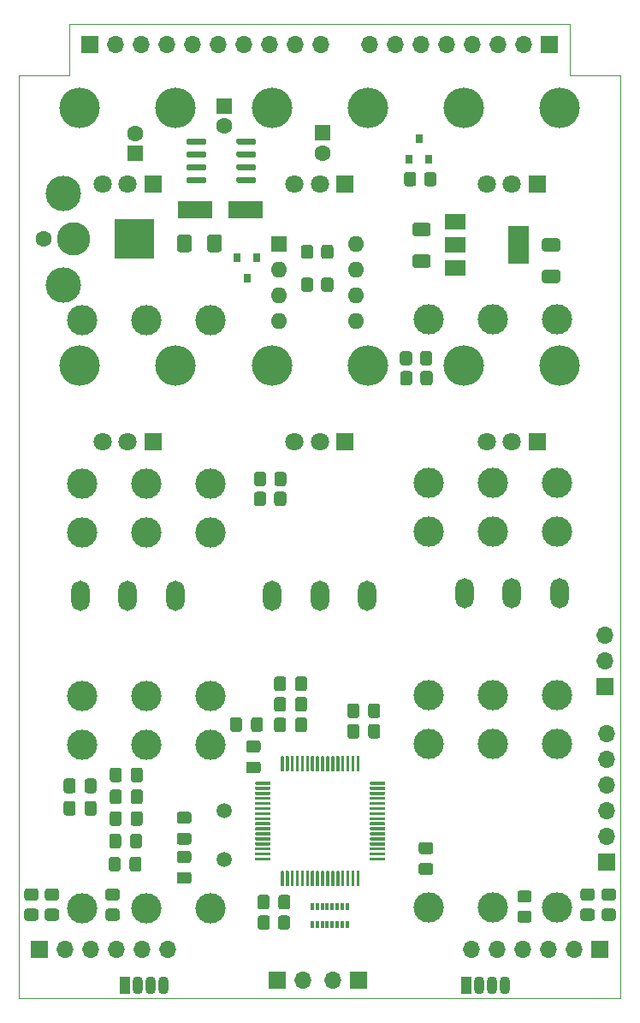
<source format=gbr>
%TF.GenerationSoftware,KiCad,Pcbnew,(5.1.7)-1*%
%TF.CreationDate,2021-10-21T20:17:55-07:00*%
%TF.ProjectId,Digital Board Rev 2,44696769-7461-46c2-9042-6f6172642052,rev?*%
%TF.SameCoordinates,Original*%
%TF.FileFunction,Soldermask,Bot*%
%TF.FilePolarity,Negative*%
%FSLAX46Y46*%
G04 Gerber Fmt 4.6, Leading zero omitted, Abs format (unit mm)*
G04 Created by KiCad (PCBNEW (5.1.7)-1) date 2021-10-21 20:17:55*
%MOMM*%
%LPD*%
G01*
G04 APERTURE LIST*
%TA.AperFunction,Profile*%
%ADD10C,0.050000*%
%TD*%
%ADD11O,1.700000X1.700000*%
%ADD12R,1.700000X1.700000*%
%ADD13C,1.600000*%
%ADD14C,3.500000*%
%ADD15C,3.300000*%
%ADD16R,4.000000X4.000000*%
%ADD17R,0.300000X0.800000*%
%ADD18C,3.000000*%
%ADD19R,3.500000X1.800000*%
%ADD20O,1.800000X3.000000*%
%ADD21R,1.800000X1.800000*%
%ADD22C,1.800000*%
%ADD23O,4.000000X4.000000*%
%ADD24C,1.500000*%
%ADD25R,2.000000X1.500000*%
%ADD26R,2.000000X3.800000*%
%ADD27O,1.600000X1.600000*%
%ADD28R,1.600000X1.600000*%
%ADD29R,0.800000X0.900000*%
%ADD30O,1.070000X1.800000*%
%ADD31R,1.070000X1.800000*%
G04 APERTURE END LIST*
D10*
X177750000Y-40750000D02*
X182750000Y-40750000D01*
X177750000Y-35750000D02*
X177750000Y-40750000D01*
X128250000Y-40750000D02*
X128250000Y-35750000D01*
X123250000Y-40750000D02*
X128250000Y-40750000D01*
X182750000Y-40750000D02*
X182750000Y-132080000D01*
X128250000Y-35750000D02*
X177750000Y-35750000D01*
X123250000Y-132080000D02*
X123250000Y-40750000D01*
X182750000Y-132080000D02*
X123250000Y-132080000D01*
D11*
%TO.C,J15*%
X181250000Y-96170000D03*
X181250000Y-98710000D03*
D12*
X181250000Y-101250000D03*
%TD*%
D13*
%TO.C,J12*%
X125650000Y-57000000D03*
D14*
X127650000Y-61500000D03*
X127650000Y-52500000D03*
D15*
X128650000Y-57000000D03*
D16*
X134650000Y-57000000D03*
%TD*%
D11*
%TO.C,J4*%
X157970000Y-37750000D03*
X160510000Y-37750000D03*
X163050000Y-37750000D03*
X165590000Y-37750000D03*
X168130000Y-37750000D03*
X170670000Y-37750000D03*
X173210000Y-37750000D03*
D12*
X175750000Y-37750000D03*
%TD*%
%TO.C,F1*%
G36*
G01*
X141872000Y-58029000D02*
X141872000Y-56779000D01*
G75*
G02*
X142122000Y-56529000I250000J0D01*
G01*
X143047000Y-56529000D01*
G75*
G02*
X143297000Y-56779000I0J-250000D01*
G01*
X143297000Y-58029000D01*
G75*
G02*
X143047000Y-58279000I-250000J0D01*
G01*
X142122000Y-58279000D01*
G75*
G02*
X141872000Y-58029000I0J250000D01*
G01*
G37*
G36*
G01*
X138897000Y-58029000D02*
X138897000Y-56779000D01*
G75*
G02*
X139147000Y-56529000I250000J0D01*
G01*
X140072000Y-56529000D01*
G75*
G02*
X140322000Y-56779000I0J-250000D01*
G01*
X140322000Y-58029000D01*
G75*
G02*
X140072000Y-58279000I-250000J0D01*
G01*
X139147000Y-58279000D01*
G75*
G02*
X138897000Y-58029000I0J250000D01*
G01*
G37*
%TD*%
%TO.C,C17*%
G36*
G01*
X133386500Y-113825000D02*
X133386500Y-114775000D01*
G75*
G02*
X133136500Y-115025000I-250000J0D01*
G01*
X132461500Y-115025000D01*
G75*
G02*
X132211500Y-114775000I0J250000D01*
G01*
X132211500Y-113825000D01*
G75*
G02*
X132461500Y-113575000I250000J0D01*
G01*
X133136500Y-113575000D01*
G75*
G02*
X133386500Y-113825000I0J-250000D01*
G01*
G37*
G36*
G01*
X135461500Y-113825000D02*
X135461500Y-114775000D01*
G75*
G02*
X135211500Y-115025000I-250000J0D01*
G01*
X134536500Y-115025000D01*
G75*
G02*
X134286500Y-114775000I0J250000D01*
G01*
X134286500Y-113825000D01*
G75*
G02*
X134536500Y-113575000I250000J0D01*
G01*
X135211500Y-113575000D01*
G75*
G02*
X135461500Y-113825000I0J-250000D01*
G01*
G37*
%TD*%
D17*
%TO.C,RN1*%
X155237500Y-124788500D03*
X154237500Y-124788500D03*
X154737500Y-124788500D03*
X153737500Y-124788500D03*
X153237500Y-124788500D03*
X152737500Y-124788500D03*
X155237500Y-122988500D03*
X154737500Y-122988500D03*
X154237500Y-122988500D03*
X153737500Y-122988500D03*
X153237500Y-122988500D03*
X152737500Y-122988500D03*
X155737500Y-124788500D03*
X155737500Y-122988500D03*
X152237500Y-124788500D03*
X152237500Y-122988500D03*
%TD*%
D18*
%TO.C,J7*%
X142200000Y-107000000D03*
X142200000Y-123200000D03*
X135850000Y-107000000D03*
X129500000Y-107000000D03*
X135850000Y-123200000D03*
X129500000Y-123200000D03*
%TD*%
%TO.C,C1*%
G36*
G01*
X156903000Y-103157000D02*
X156903000Y-104107000D01*
G75*
G02*
X156653000Y-104357000I-250000J0D01*
G01*
X155978000Y-104357000D01*
G75*
G02*
X155728000Y-104107000I0J250000D01*
G01*
X155728000Y-103157000D01*
G75*
G02*
X155978000Y-102907000I250000J0D01*
G01*
X156653000Y-102907000D01*
G75*
G02*
X156903000Y-103157000I0J-250000D01*
G01*
G37*
G36*
G01*
X158978000Y-103157000D02*
X158978000Y-104107000D01*
G75*
G02*
X158728000Y-104357000I-250000J0D01*
G01*
X158053000Y-104357000D01*
G75*
G02*
X157803000Y-104107000I0J250000D01*
G01*
X157803000Y-103157000D01*
G75*
G02*
X158053000Y-102907000I250000J0D01*
G01*
X158728000Y-102907000D01*
G75*
G02*
X158978000Y-103157000I0J-250000D01*
G01*
G37*
%TD*%
D11*
%TO.C,J11*%
X153110000Y-37750000D03*
X150570000Y-37750000D03*
X148030000Y-37750000D03*
X145490000Y-37750000D03*
X142950000Y-37750000D03*
X140410000Y-37750000D03*
X137870000Y-37750000D03*
X135330000Y-37750000D03*
X132790000Y-37750000D03*
D12*
X130250000Y-37750000D03*
%TD*%
D19*
%TO.C,D6*%
X145629000Y-54102000D03*
X140629000Y-54102000D03*
%TD*%
D18*
%TO.C,J5*%
X176500000Y-106900000D03*
X170150000Y-106900000D03*
X176500000Y-123100000D03*
X170150000Y-123100000D03*
X163800000Y-106900000D03*
X163800000Y-123100000D03*
%TD*%
D20*
%TO.C,SW3*%
X129300000Y-92250000D03*
X138700000Y-92250000D03*
X134000000Y-92250000D03*
%TD*%
%TO.C,SW2*%
X148300000Y-92250000D03*
X157700000Y-92250000D03*
X153000000Y-92250000D03*
%TD*%
%TO.C,R11*%
G36*
G01*
X172799999Y-123400000D02*
X173700001Y-123400000D01*
G75*
G02*
X173950000Y-123649999I0J-249999D01*
G01*
X173950000Y-124350001D01*
G75*
G02*
X173700001Y-124600000I-249999J0D01*
G01*
X172799999Y-124600000D01*
G75*
G02*
X172550000Y-124350001I0J249999D01*
G01*
X172550000Y-123649999D01*
G75*
G02*
X172799999Y-123400000I249999J0D01*
G01*
G37*
G36*
G01*
X172799999Y-121400000D02*
X173700001Y-121400000D01*
G75*
G02*
X173950000Y-121649999I0J-249999D01*
G01*
X173950000Y-122350001D01*
G75*
G02*
X173700001Y-122600000I-249999J0D01*
G01*
X172799999Y-122600000D01*
G75*
G02*
X172550000Y-122350001I0J249999D01*
G01*
X172550000Y-121649999D01*
G75*
G02*
X172799999Y-121400000I249999J0D01*
G01*
G37*
%TD*%
%TO.C,R10*%
G36*
G01*
X132049999Y-123209000D02*
X132950001Y-123209000D01*
G75*
G02*
X133200000Y-123458999I0J-249999D01*
G01*
X133200000Y-124159001D01*
G75*
G02*
X132950001Y-124409000I-249999J0D01*
G01*
X132049999Y-124409000D01*
G75*
G02*
X131800000Y-124159001I0J249999D01*
G01*
X131800000Y-123458999D01*
G75*
G02*
X132049999Y-123209000I249999J0D01*
G01*
G37*
G36*
G01*
X132049999Y-121209000D02*
X132950001Y-121209000D01*
G75*
G02*
X133200000Y-121458999I0J-249999D01*
G01*
X133200000Y-122159001D01*
G75*
G02*
X132950001Y-122409000I-249999J0D01*
G01*
X132049999Y-122409000D01*
G75*
G02*
X131800000Y-122159001I0J249999D01*
G01*
X131800000Y-121458999D01*
G75*
G02*
X132049999Y-121209000I249999J0D01*
G01*
G37*
%TD*%
%TO.C,C20*%
G36*
G01*
X128836000Y-112809000D02*
X128836000Y-113759000D01*
G75*
G02*
X128586000Y-114009000I-250000J0D01*
G01*
X127911000Y-114009000D01*
G75*
G02*
X127661000Y-113759000I0J250000D01*
G01*
X127661000Y-112809000D01*
G75*
G02*
X127911000Y-112559000I250000J0D01*
G01*
X128586000Y-112559000D01*
G75*
G02*
X128836000Y-112809000I0J-250000D01*
G01*
G37*
G36*
G01*
X130911000Y-112809000D02*
X130911000Y-113759000D01*
G75*
G02*
X130661000Y-114009000I-250000J0D01*
G01*
X129986000Y-114009000D01*
G75*
G02*
X129736000Y-113759000I0J250000D01*
G01*
X129736000Y-112809000D01*
G75*
G02*
X129986000Y-112559000I250000J0D01*
G01*
X130661000Y-112559000D01*
G75*
G02*
X130911000Y-112809000I0J-250000D01*
G01*
G37*
%TD*%
%TO.C,C16*%
G36*
G01*
X133344500Y-116047500D02*
X133344500Y-116997500D01*
G75*
G02*
X133094500Y-117247500I-250000J0D01*
G01*
X132419500Y-117247500D01*
G75*
G02*
X132169500Y-116997500I0J250000D01*
G01*
X132169500Y-116047500D01*
G75*
G02*
X132419500Y-115797500I250000J0D01*
G01*
X133094500Y-115797500D01*
G75*
G02*
X133344500Y-116047500I0J-250000D01*
G01*
G37*
G36*
G01*
X135419500Y-116047500D02*
X135419500Y-116997500D01*
G75*
G02*
X135169500Y-117247500I-250000J0D01*
G01*
X134494500Y-117247500D01*
G75*
G02*
X134244500Y-116997500I0J250000D01*
G01*
X134244500Y-116047500D01*
G75*
G02*
X134494500Y-115797500I250000J0D01*
G01*
X135169500Y-115797500D01*
G75*
G02*
X135419500Y-116047500I0J-250000D01*
G01*
G37*
%TD*%
%TO.C,R3*%
G36*
G01*
X126049999Y-123209000D02*
X126950001Y-123209000D01*
G75*
G02*
X127200000Y-123458999I0J-249999D01*
G01*
X127200000Y-124159001D01*
G75*
G02*
X126950001Y-124409000I-249999J0D01*
G01*
X126049999Y-124409000D01*
G75*
G02*
X125800000Y-124159001I0J249999D01*
G01*
X125800000Y-123458999D01*
G75*
G02*
X126049999Y-123209000I249999J0D01*
G01*
G37*
G36*
G01*
X126049999Y-121209000D02*
X126950001Y-121209000D01*
G75*
G02*
X127200000Y-121458999I0J-249999D01*
G01*
X127200000Y-122159001D01*
G75*
G02*
X126950001Y-122409000I-249999J0D01*
G01*
X126049999Y-122409000D01*
G75*
G02*
X125800000Y-122159001I0J249999D01*
G01*
X125800000Y-121458999D01*
G75*
G02*
X126049999Y-121209000I249999J0D01*
G01*
G37*
%TD*%
%TO.C,R4*%
G36*
G01*
X181151999Y-123209000D02*
X182052001Y-123209000D01*
G75*
G02*
X182302000Y-123458999I0J-249999D01*
G01*
X182302000Y-124159001D01*
G75*
G02*
X182052001Y-124409000I-249999J0D01*
G01*
X181151999Y-124409000D01*
G75*
G02*
X180902000Y-124159001I0J249999D01*
G01*
X180902000Y-123458999D01*
G75*
G02*
X181151999Y-123209000I249999J0D01*
G01*
G37*
G36*
G01*
X181151999Y-121209000D02*
X182052001Y-121209000D01*
G75*
G02*
X182302000Y-121458999I0J-249999D01*
G01*
X182302000Y-122159001D01*
G75*
G02*
X182052001Y-122409000I-249999J0D01*
G01*
X181151999Y-122409000D01*
G75*
G02*
X180902000Y-122159001I0J249999D01*
G01*
X180902000Y-121458999D01*
G75*
G02*
X181151999Y-121209000I249999J0D01*
G01*
G37*
%TD*%
%TO.C,R6*%
G36*
G01*
X162930000Y-69216001D02*
X162930000Y-68315999D01*
G75*
G02*
X163179999Y-68066000I249999J0D01*
G01*
X163880001Y-68066000D01*
G75*
G02*
X164130000Y-68315999I0J-249999D01*
G01*
X164130000Y-69216001D01*
G75*
G02*
X163880001Y-69466000I-249999J0D01*
G01*
X163179999Y-69466000D01*
G75*
G02*
X162930000Y-69216001I0J249999D01*
G01*
G37*
G36*
G01*
X160930000Y-69216001D02*
X160930000Y-68315999D01*
G75*
G02*
X161179999Y-68066000I249999J0D01*
G01*
X161880001Y-68066000D01*
G75*
G02*
X162130000Y-68315999I0J-249999D01*
G01*
X162130000Y-69216001D01*
G75*
G02*
X161880001Y-69466000I-249999J0D01*
G01*
X161179999Y-69466000D01*
G75*
G02*
X160930000Y-69216001I0J249999D01*
G01*
G37*
%TD*%
%TO.C,R7*%
G36*
G01*
X162960000Y-71189001D02*
X162960000Y-70288999D01*
G75*
G02*
X163209999Y-70039000I249999J0D01*
G01*
X163910001Y-70039000D01*
G75*
G02*
X164160000Y-70288999I0J-249999D01*
G01*
X164160000Y-71189001D01*
G75*
G02*
X163910001Y-71439000I-249999J0D01*
G01*
X163209999Y-71439000D01*
G75*
G02*
X162960000Y-71189001I0J249999D01*
G01*
G37*
G36*
G01*
X160960000Y-71189001D02*
X160960000Y-70288999D01*
G75*
G02*
X161209999Y-70039000I249999J0D01*
G01*
X161910001Y-70039000D01*
G75*
G02*
X162160000Y-70288999I0J-249999D01*
G01*
X162160000Y-71189001D01*
G75*
G02*
X161910001Y-71439000I-249999J0D01*
G01*
X161209999Y-71439000D01*
G75*
G02*
X160960000Y-71189001I0J249999D01*
G01*
G37*
%TD*%
%TO.C,R2*%
G36*
G01*
X124017999Y-123209000D02*
X124918001Y-123209000D01*
G75*
G02*
X125168000Y-123458999I0J-249999D01*
G01*
X125168000Y-124159001D01*
G75*
G02*
X124918001Y-124409000I-249999J0D01*
G01*
X124017999Y-124409000D01*
G75*
G02*
X123768000Y-124159001I0J249999D01*
G01*
X123768000Y-123458999D01*
G75*
G02*
X124017999Y-123209000I249999J0D01*
G01*
G37*
G36*
G01*
X124017999Y-121209000D02*
X124918001Y-121209000D01*
G75*
G02*
X125168000Y-121458999I0J-249999D01*
G01*
X125168000Y-122159001D01*
G75*
G02*
X124918001Y-122409000I-249999J0D01*
G01*
X124017999Y-122409000D01*
G75*
G02*
X123768000Y-122159001I0J249999D01*
G01*
X123768000Y-121458999D01*
G75*
G02*
X124017999Y-121209000I249999J0D01*
G01*
G37*
%TD*%
%TO.C,R8*%
G36*
G01*
X148503000Y-81163001D02*
X148503000Y-80262999D01*
G75*
G02*
X148752999Y-80013000I249999J0D01*
G01*
X149453001Y-80013000D01*
G75*
G02*
X149703000Y-80262999I0J-249999D01*
G01*
X149703000Y-81163001D01*
G75*
G02*
X149453001Y-81413000I-249999J0D01*
G01*
X148752999Y-81413000D01*
G75*
G02*
X148503000Y-81163001I0J249999D01*
G01*
G37*
G36*
G01*
X146503000Y-81163001D02*
X146503000Y-80262999D01*
G75*
G02*
X146752999Y-80013000I249999J0D01*
G01*
X147453001Y-80013000D01*
G75*
G02*
X147703000Y-80262999I0J-249999D01*
G01*
X147703000Y-81163001D01*
G75*
G02*
X147453001Y-81413000I-249999J0D01*
G01*
X146752999Y-81413000D01*
G75*
G02*
X146503000Y-81163001I0J249999D01*
G01*
G37*
%TD*%
%TO.C,R9*%
G36*
G01*
X148482000Y-83127001D02*
X148482000Y-82226999D01*
G75*
G02*
X148731999Y-81977000I249999J0D01*
G01*
X149432001Y-81977000D01*
G75*
G02*
X149682000Y-82226999I0J-249999D01*
G01*
X149682000Y-83127001D01*
G75*
G02*
X149432001Y-83377000I-249999J0D01*
G01*
X148731999Y-83377000D01*
G75*
G02*
X148482000Y-83127001I0J249999D01*
G01*
G37*
G36*
G01*
X146482000Y-83127001D02*
X146482000Y-82226999D01*
G75*
G02*
X146731999Y-81977000I249999J0D01*
G01*
X147432001Y-81977000D01*
G75*
G02*
X147682000Y-82226999I0J-249999D01*
G01*
X147682000Y-83127001D01*
G75*
G02*
X147432001Y-83377000I-249999J0D01*
G01*
X146731999Y-83377000D01*
G75*
G02*
X146482000Y-83127001I0J249999D01*
G01*
G37*
%TD*%
D11*
%TO.C,J14*%
X168050000Y-127250000D03*
X170590000Y-127250000D03*
X173130000Y-127250000D03*
X175670000Y-127250000D03*
X178210000Y-127250000D03*
D12*
X180750000Y-127250000D03*
%TD*%
%TO.C,R5*%
G36*
G01*
X179049999Y-123209000D02*
X179950001Y-123209000D01*
G75*
G02*
X180200000Y-123458999I0J-249999D01*
G01*
X180200000Y-124159001D01*
G75*
G02*
X179950001Y-124409000I-249999J0D01*
G01*
X179049999Y-124409000D01*
G75*
G02*
X178800000Y-124159001I0J249999D01*
G01*
X178800000Y-123458999D01*
G75*
G02*
X179049999Y-123209000I249999J0D01*
G01*
G37*
G36*
G01*
X179049999Y-121209000D02*
X179950001Y-121209000D01*
G75*
G02*
X180200000Y-121458999I0J-249999D01*
G01*
X180200000Y-122159001D01*
G75*
G02*
X179950001Y-122409000I-249999J0D01*
G01*
X179049999Y-122409000D01*
G75*
G02*
X178800000Y-122159001I0J249999D01*
G01*
X178800000Y-121458999D01*
G75*
G02*
X179049999Y-121209000I249999J0D01*
G01*
G37*
%TD*%
D11*
%TO.C,J13*%
X137950000Y-127250000D03*
X135410000Y-127250000D03*
X132870000Y-127250000D03*
X130330000Y-127250000D03*
X127790000Y-127250000D03*
D12*
X125250000Y-127250000D03*
%TD*%
D21*
%TO.C,RV10*%
X155500000Y-51500000D03*
D22*
X153000000Y-51500000D03*
X150500000Y-51500000D03*
D23*
X157750000Y-44000000D03*
X148250000Y-44000000D03*
%TD*%
%TO.C,C26*%
G36*
G01*
X149664000Y-102522000D02*
X149664000Y-103472000D01*
G75*
G02*
X149414000Y-103722000I-250000J0D01*
G01*
X148739000Y-103722000D01*
G75*
G02*
X148489000Y-103472000I0J250000D01*
G01*
X148489000Y-102522000D01*
G75*
G02*
X148739000Y-102272000I250000J0D01*
G01*
X149414000Y-102272000D01*
G75*
G02*
X149664000Y-102522000I0J-250000D01*
G01*
G37*
G36*
G01*
X151739000Y-102522000D02*
X151739000Y-103472000D01*
G75*
G02*
X151489000Y-103722000I-250000J0D01*
G01*
X150814000Y-103722000D01*
G75*
G02*
X150564000Y-103472000I0J250000D01*
G01*
X150564000Y-102522000D01*
G75*
G02*
X150814000Y-102272000I250000J0D01*
G01*
X151489000Y-102272000D01*
G75*
G02*
X151739000Y-102522000I0J-250000D01*
G01*
G37*
%TD*%
D21*
%TO.C,RV4*%
X136500000Y-51500000D03*
D22*
X134000000Y-51500000D03*
X131500000Y-51500000D03*
D23*
X138750000Y-44000000D03*
X129250000Y-44000000D03*
%TD*%
D21*
%TO.C,RV5*%
X136500000Y-77000000D03*
D22*
X134000000Y-77000000D03*
X131500000Y-77000000D03*
D23*
X138750000Y-69500000D03*
X129250000Y-69500000D03*
%TD*%
D21*
%TO.C,RV3*%
X155500000Y-77000000D03*
D22*
X153000000Y-77000000D03*
X150500000Y-77000000D03*
D23*
X157750000Y-69500000D03*
X148250000Y-69500000D03*
%TD*%
%TO.C,RV2*%
X167250000Y-44000000D03*
X176750000Y-44000000D03*
D22*
X169500000Y-51500000D03*
X172000000Y-51500000D03*
D21*
X174500000Y-51500000D03*
%TD*%
%TO.C,RV1*%
X174500000Y-77000000D03*
D22*
X172000000Y-77000000D03*
X169500000Y-77000000D03*
D23*
X176750000Y-69500000D03*
X167250000Y-69500000D03*
%TD*%
D24*
%TO.C,Y1*%
X143500000Y-118380000D03*
X143500000Y-113500000D03*
%TD*%
%TO.C,U28*%
G36*
G01*
X141750000Y-47195000D02*
X141750000Y-47495000D01*
G75*
G02*
X141600000Y-47645000I-150000J0D01*
G01*
X139950000Y-47645000D01*
G75*
G02*
X139800000Y-47495000I0J150000D01*
G01*
X139800000Y-47195000D01*
G75*
G02*
X139950000Y-47045000I150000J0D01*
G01*
X141600000Y-47045000D01*
G75*
G02*
X141750000Y-47195000I0J-150000D01*
G01*
G37*
G36*
G01*
X141750000Y-48465000D02*
X141750000Y-48765000D01*
G75*
G02*
X141600000Y-48915000I-150000J0D01*
G01*
X139950000Y-48915000D01*
G75*
G02*
X139800000Y-48765000I0J150000D01*
G01*
X139800000Y-48465000D01*
G75*
G02*
X139950000Y-48315000I150000J0D01*
G01*
X141600000Y-48315000D01*
G75*
G02*
X141750000Y-48465000I0J-150000D01*
G01*
G37*
G36*
G01*
X141750000Y-49735000D02*
X141750000Y-50035000D01*
G75*
G02*
X141600000Y-50185000I-150000J0D01*
G01*
X139950000Y-50185000D01*
G75*
G02*
X139800000Y-50035000I0J150000D01*
G01*
X139800000Y-49735000D01*
G75*
G02*
X139950000Y-49585000I150000J0D01*
G01*
X141600000Y-49585000D01*
G75*
G02*
X141750000Y-49735000I0J-150000D01*
G01*
G37*
G36*
G01*
X141750000Y-51005000D02*
X141750000Y-51305000D01*
G75*
G02*
X141600000Y-51455000I-150000J0D01*
G01*
X139950000Y-51455000D01*
G75*
G02*
X139800000Y-51305000I0J150000D01*
G01*
X139800000Y-51005000D01*
G75*
G02*
X139950000Y-50855000I150000J0D01*
G01*
X141600000Y-50855000D01*
G75*
G02*
X141750000Y-51005000I0J-150000D01*
G01*
G37*
G36*
G01*
X146700000Y-51005000D02*
X146700000Y-51305000D01*
G75*
G02*
X146550000Y-51455000I-150000J0D01*
G01*
X144900000Y-51455000D01*
G75*
G02*
X144750000Y-51305000I0J150000D01*
G01*
X144750000Y-51005000D01*
G75*
G02*
X144900000Y-50855000I150000J0D01*
G01*
X146550000Y-50855000D01*
G75*
G02*
X146700000Y-51005000I0J-150000D01*
G01*
G37*
G36*
G01*
X146700000Y-49735000D02*
X146700000Y-50035000D01*
G75*
G02*
X146550000Y-50185000I-150000J0D01*
G01*
X144900000Y-50185000D01*
G75*
G02*
X144750000Y-50035000I0J150000D01*
G01*
X144750000Y-49735000D01*
G75*
G02*
X144900000Y-49585000I150000J0D01*
G01*
X146550000Y-49585000D01*
G75*
G02*
X146700000Y-49735000I0J-150000D01*
G01*
G37*
G36*
G01*
X146700000Y-48465000D02*
X146700000Y-48765000D01*
G75*
G02*
X146550000Y-48915000I-150000J0D01*
G01*
X144900000Y-48915000D01*
G75*
G02*
X144750000Y-48765000I0J150000D01*
G01*
X144750000Y-48465000D01*
G75*
G02*
X144900000Y-48315000I150000J0D01*
G01*
X146550000Y-48315000D01*
G75*
G02*
X146700000Y-48465000I0J-150000D01*
G01*
G37*
G36*
G01*
X146700000Y-47195000D02*
X146700000Y-47495000D01*
G75*
G02*
X146550000Y-47645000I-150000J0D01*
G01*
X144900000Y-47645000D01*
G75*
G02*
X144750000Y-47495000I0J150000D01*
G01*
X144750000Y-47195000D01*
G75*
G02*
X144900000Y-47045000I150000J0D01*
G01*
X146550000Y-47045000D01*
G75*
G02*
X146700000Y-47195000I0J-150000D01*
G01*
G37*
%TD*%
D25*
%TO.C,U27*%
X166395000Y-59831000D03*
X166395000Y-55231000D03*
X166395000Y-57531000D03*
D26*
X172695000Y-57531000D03*
%TD*%
D27*
%TO.C,U26*%
X156620000Y-57500000D03*
X149000000Y-65120000D03*
X156620000Y-60040000D03*
X149000000Y-62580000D03*
X156620000Y-62580000D03*
X149000000Y-60040000D03*
X156620000Y-65120000D03*
D28*
X149000000Y-57500000D03*
%TD*%
%TO.C,U1*%
G36*
G01*
X149135000Y-120929000D02*
X149135000Y-119529000D01*
G75*
G02*
X149210000Y-119454000I75000J0D01*
G01*
X149360000Y-119454000D01*
G75*
G02*
X149435000Y-119529000I0J-75000D01*
G01*
X149435000Y-120929000D01*
G75*
G02*
X149360000Y-121004000I-75000J0D01*
G01*
X149210000Y-121004000D01*
G75*
G02*
X149135000Y-120929000I0J75000D01*
G01*
G37*
G36*
G01*
X149635000Y-120929000D02*
X149635000Y-119529000D01*
G75*
G02*
X149710000Y-119454000I75000J0D01*
G01*
X149860000Y-119454000D01*
G75*
G02*
X149935000Y-119529000I0J-75000D01*
G01*
X149935000Y-120929000D01*
G75*
G02*
X149860000Y-121004000I-75000J0D01*
G01*
X149710000Y-121004000D01*
G75*
G02*
X149635000Y-120929000I0J75000D01*
G01*
G37*
G36*
G01*
X150135000Y-120929000D02*
X150135000Y-119529000D01*
G75*
G02*
X150210000Y-119454000I75000J0D01*
G01*
X150360000Y-119454000D01*
G75*
G02*
X150435000Y-119529000I0J-75000D01*
G01*
X150435000Y-120929000D01*
G75*
G02*
X150360000Y-121004000I-75000J0D01*
G01*
X150210000Y-121004000D01*
G75*
G02*
X150135000Y-120929000I0J75000D01*
G01*
G37*
G36*
G01*
X150635000Y-120929000D02*
X150635000Y-119529000D01*
G75*
G02*
X150710000Y-119454000I75000J0D01*
G01*
X150860000Y-119454000D01*
G75*
G02*
X150935000Y-119529000I0J-75000D01*
G01*
X150935000Y-120929000D01*
G75*
G02*
X150860000Y-121004000I-75000J0D01*
G01*
X150710000Y-121004000D01*
G75*
G02*
X150635000Y-120929000I0J75000D01*
G01*
G37*
G36*
G01*
X151135000Y-120929000D02*
X151135000Y-119529000D01*
G75*
G02*
X151210000Y-119454000I75000J0D01*
G01*
X151360000Y-119454000D01*
G75*
G02*
X151435000Y-119529000I0J-75000D01*
G01*
X151435000Y-120929000D01*
G75*
G02*
X151360000Y-121004000I-75000J0D01*
G01*
X151210000Y-121004000D01*
G75*
G02*
X151135000Y-120929000I0J75000D01*
G01*
G37*
G36*
G01*
X151635000Y-120929000D02*
X151635000Y-119529000D01*
G75*
G02*
X151710000Y-119454000I75000J0D01*
G01*
X151860000Y-119454000D01*
G75*
G02*
X151935000Y-119529000I0J-75000D01*
G01*
X151935000Y-120929000D01*
G75*
G02*
X151860000Y-121004000I-75000J0D01*
G01*
X151710000Y-121004000D01*
G75*
G02*
X151635000Y-120929000I0J75000D01*
G01*
G37*
G36*
G01*
X152135000Y-120929000D02*
X152135000Y-119529000D01*
G75*
G02*
X152210000Y-119454000I75000J0D01*
G01*
X152360000Y-119454000D01*
G75*
G02*
X152435000Y-119529000I0J-75000D01*
G01*
X152435000Y-120929000D01*
G75*
G02*
X152360000Y-121004000I-75000J0D01*
G01*
X152210000Y-121004000D01*
G75*
G02*
X152135000Y-120929000I0J75000D01*
G01*
G37*
G36*
G01*
X152635000Y-120929000D02*
X152635000Y-119529000D01*
G75*
G02*
X152710000Y-119454000I75000J0D01*
G01*
X152860000Y-119454000D01*
G75*
G02*
X152935000Y-119529000I0J-75000D01*
G01*
X152935000Y-120929000D01*
G75*
G02*
X152860000Y-121004000I-75000J0D01*
G01*
X152710000Y-121004000D01*
G75*
G02*
X152635000Y-120929000I0J75000D01*
G01*
G37*
G36*
G01*
X153135000Y-120929000D02*
X153135000Y-119529000D01*
G75*
G02*
X153210000Y-119454000I75000J0D01*
G01*
X153360000Y-119454000D01*
G75*
G02*
X153435000Y-119529000I0J-75000D01*
G01*
X153435000Y-120929000D01*
G75*
G02*
X153360000Y-121004000I-75000J0D01*
G01*
X153210000Y-121004000D01*
G75*
G02*
X153135000Y-120929000I0J75000D01*
G01*
G37*
G36*
G01*
X153635000Y-120929000D02*
X153635000Y-119529000D01*
G75*
G02*
X153710000Y-119454000I75000J0D01*
G01*
X153860000Y-119454000D01*
G75*
G02*
X153935000Y-119529000I0J-75000D01*
G01*
X153935000Y-120929000D01*
G75*
G02*
X153860000Y-121004000I-75000J0D01*
G01*
X153710000Y-121004000D01*
G75*
G02*
X153635000Y-120929000I0J75000D01*
G01*
G37*
G36*
G01*
X154135000Y-120929000D02*
X154135000Y-119529000D01*
G75*
G02*
X154210000Y-119454000I75000J0D01*
G01*
X154360000Y-119454000D01*
G75*
G02*
X154435000Y-119529000I0J-75000D01*
G01*
X154435000Y-120929000D01*
G75*
G02*
X154360000Y-121004000I-75000J0D01*
G01*
X154210000Y-121004000D01*
G75*
G02*
X154135000Y-120929000I0J75000D01*
G01*
G37*
G36*
G01*
X154635000Y-120929000D02*
X154635000Y-119529000D01*
G75*
G02*
X154710000Y-119454000I75000J0D01*
G01*
X154860000Y-119454000D01*
G75*
G02*
X154935000Y-119529000I0J-75000D01*
G01*
X154935000Y-120929000D01*
G75*
G02*
X154860000Y-121004000I-75000J0D01*
G01*
X154710000Y-121004000D01*
G75*
G02*
X154635000Y-120929000I0J75000D01*
G01*
G37*
G36*
G01*
X155135000Y-120929000D02*
X155135000Y-119529000D01*
G75*
G02*
X155210000Y-119454000I75000J0D01*
G01*
X155360000Y-119454000D01*
G75*
G02*
X155435000Y-119529000I0J-75000D01*
G01*
X155435000Y-120929000D01*
G75*
G02*
X155360000Y-121004000I-75000J0D01*
G01*
X155210000Y-121004000D01*
G75*
G02*
X155135000Y-120929000I0J75000D01*
G01*
G37*
G36*
G01*
X155635000Y-120929000D02*
X155635000Y-119529000D01*
G75*
G02*
X155710000Y-119454000I75000J0D01*
G01*
X155860000Y-119454000D01*
G75*
G02*
X155935000Y-119529000I0J-75000D01*
G01*
X155935000Y-120929000D01*
G75*
G02*
X155860000Y-121004000I-75000J0D01*
G01*
X155710000Y-121004000D01*
G75*
G02*
X155635000Y-120929000I0J75000D01*
G01*
G37*
G36*
G01*
X156135000Y-120929000D02*
X156135000Y-119529000D01*
G75*
G02*
X156210000Y-119454000I75000J0D01*
G01*
X156360000Y-119454000D01*
G75*
G02*
X156435000Y-119529000I0J-75000D01*
G01*
X156435000Y-120929000D01*
G75*
G02*
X156360000Y-121004000I-75000J0D01*
G01*
X156210000Y-121004000D01*
G75*
G02*
X156135000Y-120929000I0J75000D01*
G01*
G37*
G36*
G01*
X156635000Y-120929000D02*
X156635000Y-119529000D01*
G75*
G02*
X156710000Y-119454000I75000J0D01*
G01*
X156860000Y-119454000D01*
G75*
G02*
X156935000Y-119529000I0J-75000D01*
G01*
X156935000Y-120929000D01*
G75*
G02*
X156860000Y-121004000I-75000J0D01*
G01*
X156710000Y-121004000D01*
G75*
G02*
X156635000Y-120929000I0J75000D01*
G01*
G37*
G36*
G01*
X157935000Y-118379000D02*
X157935000Y-118229000D01*
G75*
G02*
X158010000Y-118154000I75000J0D01*
G01*
X159410000Y-118154000D01*
G75*
G02*
X159485000Y-118229000I0J-75000D01*
G01*
X159485000Y-118379000D01*
G75*
G02*
X159410000Y-118454000I-75000J0D01*
G01*
X158010000Y-118454000D01*
G75*
G02*
X157935000Y-118379000I0J75000D01*
G01*
G37*
G36*
G01*
X157935000Y-117879000D02*
X157935000Y-117729000D01*
G75*
G02*
X158010000Y-117654000I75000J0D01*
G01*
X159410000Y-117654000D01*
G75*
G02*
X159485000Y-117729000I0J-75000D01*
G01*
X159485000Y-117879000D01*
G75*
G02*
X159410000Y-117954000I-75000J0D01*
G01*
X158010000Y-117954000D01*
G75*
G02*
X157935000Y-117879000I0J75000D01*
G01*
G37*
G36*
G01*
X157935000Y-117379000D02*
X157935000Y-117229000D01*
G75*
G02*
X158010000Y-117154000I75000J0D01*
G01*
X159410000Y-117154000D01*
G75*
G02*
X159485000Y-117229000I0J-75000D01*
G01*
X159485000Y-117379000D01*
G75*
G02*
X159410000Y-117454000I-75000J0D01*
G01*
X158010000Y-117454000D01*
G75*
G02*
X157935000Y-117379000I0J75000D01*
G01*
G37*
G36*
G01*
X157935000Y-116879000D02*
X157935000Y-116729000D01*
G75*
G02*
X158010000Y-116654000I75000J0D01*
G01*
X159410000Y-116654000D01*
G75*
G02*
X159485000Y-116729000I0J-75000D01*
G01*
X159485000Y-116879000D01*
G75*
G02*
X159410000Y-116954000I-75000J0D01*
G01*
X158010000Y-116954000D01*
G75*
G02*
X157935000Y-116879000I0J75000D01*
G01*
G37*
G36*
G01*
X157935000Y-116379000D02*
X157935000Y-116229000D01*
G75*
G02*
X158010000Y-116154000I75000J0D01*
G01*
X159410000Y-116154000D01*
G75*
G02*
X159485000Y-116229000I0J-75000D01*
G01*
X159485000Y-116379000D01*
G75*
G02*
X159410000Y-116454000I-75000J0D01*
G01*
X158010000Y-116454000D01*
G75*
G02*
X157935000Y-116379000I0J75000D01*
G01*
G37*
G36*
G01*
X157935000Y-115879000D02*
X157935000Y-115729000D01*
G75*
G02*
X158010000Y-115654000I75000J0D01*
G01*
X159410000Y-115654000D01*
G75*
G02*
X159485000Y-115729000I0J-75000D01*
G01*
X159485000Y-115879000D01*
G75*
G02*
X159410000Y-115954000I-75000J0D01*
G01*
X158010000Y-115954000D01*
G75*
G02*
X157935000Y-115879000I0J75000D01*
G01*
G37*
G36*
G01*
X157935000Y-115379000D02*
X157935000Y-115229000D01*
G75*
G02*
X158010000Y-115154000I75000J0D01*
G01*
X159410000Y-115154000D01*
G75*
G02*
X159485000Y-115229000I0J-75000D01*
G01*
X159485000Y-115379000D01*
G75*
G02*
X159410000Y-115454000I-75000J0D01*
G01*
X158010000Y-115454000D01*
G75*
G02*
X157935000Y-115379000I0J75000D01*
G01*
G37*
G36*
G01*
X157935000Y-114879000D02*
X157935000Y-114729000D01*
G75*
G02*
X158010000Y-114654000I75000J0D01*
G01*
X159410000Y-114654000D01*
G75*
G02*
X159485000Y-114729000I0J-75000D01*
G01*
X159485000Y-114879000D01*
G75*
G02*
X159410000Y-114954000I-75000J0D01*
G01*
X158010000Y-114954000D01*
G75*
G02*
X157935000Y-114879000I0J75000D01*
G01*
G37*
G36*
G01*
X157935000Y-114379000D02*
X157935000Y-114229000D01*
G75*
G02*
X158010000Y-114154000I75000J0D01*
G01*
X159410000Y-114154000D01*
G75*
G02*
X159485000Y-114229000I0J-75000D01*
G01*
X159485000Y-114379000D01*
G75*
G02*
X159410000Y-114454000I-75000J0D01*
G01*
X158010000Y-114454000D01*
G75*
G02*
X157935000Y-114379000I0J75000D01*
G01*
G37*
G36*
G01*
X157935000Y-113879000D02*
X157935000Y-113729000D01*
G75*
G02*
X158010000Y-113654000I75000J0D01*
G01*
X159410000Y-113654000D01*
G75*
G02*
X159485000Y-113729000I0J-75000D01*
G01*
X159485000Y-113879000D01*
G75*
G02*
X159410000Y-113954000I-75000J0D01*
G01*
X158010000Y-113954000D01*
G75*
G02*
X157935000Y-113879000I0J75000D01*
G01*
G37*
G36*
G01*
X157935000Y-113379000D02*
X157935000Y-113229000D01*
G75*
G02*
X158010000Y-113154000I75000J0D01*
G01*
X159410000Y-113154000D01*
G75*
G02*
X159485000Y-113229000I0J-75000D01*
G01*
X159485000Y-113379000D01*
G75*
G02*
X159410000Y-113454000I-75000J0D01*
G01*
X158010000Y-113454000D01*
G75*
G02*
X157935000Y-113379000I0J75000D01*
G01*
G37*
G36*
G01*
X157935000Y-112879000D02*
X157935000Y-112729000D01*
G75*
G02*
X158010000Y-112654000I75000J0D01*
G01*
X159410000Y-112654000D01*
G75*
G02*
X159485000Y-112729000I0J-75000D01*
G01*
X159485000Y-112879000D01*
G75*
G02*
X159410000Y-112954000I-75000J0D01*
G01*
X158010000Y-112954000D01*
G75*
G02*
X157935000Y-112879000I0J75000D01*
G01*
G37*
G36*
G01*
X157935000Y-112379000D02*
X157935000Y-112229000D01*
G75*
G02*
X158010000Y-112154000I75000J0D01*
G01*
X159410000Y-112154000D01*
G75*
G02*
X159485000Y-112229000I0J-75000D01*
G01*
X159485000Y-112379000D01*
G75*
G02*
X159410000Y-112454000I-75000J0D01*
G01*
X158010000Y-112454000D01*
G75*
G02*
X157935000Y-112379000I0J75000D01*
G01*
G37*
G36*
G01*
X157935000Y-111879000D02*
X157935000Y-111729000D01*
G75*
G02*
X158010000Y-111654000I75000J0D01*
G01*
X159410000Y-111654000D01*
G75*
G02*
X159485000Y-111729000I0J-75000D01*
G01*
X159485000Y-111879000D01*
G75*
G02*
X159410000Y-111954000I-75000J0D01*
G01*
X158010000Y-111954000D01*
G75*
G02*
X157935000Y-111879000I0J75000D01*
G01*
G37*
G36*
G01*
X157935000Y-111379000D02*
X157935000Y-111229000D01*
G75*
G02*
X158010000Y-111154000I75000J0D01*
G01*
X159410000Y-111154000D01*
G75*
G02*
X159485000Y-111229000I0J-75000D01*
G01*
X159485000Y-111379000D01*
G75*
G02*
X159410000Y-111454000I-75000J0D01*
G01*
X158010000Y-111454000D01*
G75*
G02*
X157935000Y-111379000I0J75000D01*
G01*
G37*
G36*
G01*
X157935000Y-110879000D02*
X157935000Y-110729000D01*
G75*
G02*
X158010000Y-110654000I75000J0D01*
G01*
X159410000Y-110654000D01*
G75*
G02*
X159485000Y-110729000I0J-75000D01*
G01*
X159485000Y-110879000D01*
G75*
G02*
X159410000Y-110954000I-75000J0D01*
G01*
X158010000Y-110954000D01*
G75*
G02*
X157935000Y-110879000I0J75000D01*
G01*
G37*
G36*
G01*
X156635000Y-109579000D02*
X156635000Y-108179000D01*
G75*
G02*
X156710000Y-108104000I75000J0D01*
G01*
X156860000Y-108104000D01*
G75*
G02*
X156935000Y-108179000I0J-75000D01*
G01*
X156935000Y-109579000D01*
G75*
G02*
X156860000Y-109654000I-75000J0D01*
G01*
X156710000Y-109654000D01*
G75*
G02*
X156635000Y-109579000I0J75000D01*
G01*
G37*
G36*
G01*
X156135000Y-109579000D02*
X156135000Y-108179000D01*
G75*
G02*
X156210000Y-108104000I75000J0D01*
G01*
X156360000Y-108104000D01*
G75*
G02*
X156435000Y-108179000I0J-75000D01*
G01*
X156435000Y-109579000D01*
G75*
G02*
X156360000Y-109654000I-75000J0D01*
G01*
X156210000Y-109654000D01*
G75*
G02*
X156135000Y-109579000I0J75000D01*
G01*
G37*
G36*
G01*
X155635000Y-109579000D02*
X155635000Y-108179000D01*
G75*
G02*
X155710000Y-108104000I75000J0D01*
G01*
X155860000Y-108104000D01*
G75*
G02*
X155935000Y-108179000I0J-75000D01*
G01*
X155935000Y-109579000D01*
G75*
G02*
X155860000Y-109654000I-75000J0D01*
G01*
X155710000Y-109654000D01*
G75*
G02*
X155635000Y-109579000I0J75000D01*
G01*
G37*
G36*
G01*
X155135000Y-109579000D02*
X155135000Y-108179000D01*
G75*
G02*
X155210000Y-108104000I75000J0D01*
G01*
X155360000Y-108104000D01*
G75*
G02*
X155435000Y-108179000I0J-75000D01*
G01*
X155435000Y-109579000D01*
G75*
G02*
X155360000Y-109654000I-75000J0D01*
G01*
X155210000Y-109654000D01*
G75*
G02*
X155135000Y-109579000I0J75000D01*
G01*
G37*
G36*
G01*
X154635000Y-109579000D02*
X154635000Y-108179000D01*
G75*
G02*
X154710000Y-108104000I75000J0D01*
G01*
X154860000Y-108104000D01*
G75*
G02*
X154935000Y-108179000I0J-75000D01*
G01*
X154935000Y-109579000D01*
G75*
G02*
X154860000Y-109654000I-75000J0D01*
G01*
X154710000Y-109654000D01*
G75*
G02*
X154635000Y-109579000I0J75000D01*
G01*
G37*
G36*
G01*
X154135000Y-109579000D02*
X154135000Y-108179000D01*
G75*
G02*
X154210000Y-108104000I75000J0D01*
G01*
X154360000Y-108104000D01*
G75*
G02*
X154435000Y-108179000I0J-75000D01*
G01*
X154435000Y-109579000D01*
G75*
G02*
X154360000Y-109654000I-75000J0D01*
G01*
X154210000Y-109654000D01*
G75*
G02*
X154135000Y-109579000I0J75000D01*
G01*
G37*
G36*
G01*
X153635000Y-109579000D02*
X153635000Y-108179000D01*
G75*
G02*
X153710000Y-108104000I75000J0D01*
G01*
X153860000Y-108104000D01*
G75*
G02*
X153935000Y-108179000I0J-75000D01*
G01*
X153935000Y-109579000D01*
G75*
G02*
X153860000Y-109654000I-75000J0D01*
G01*
X153710000Y-109654000D01*
G75*
G02*
X153635000Y-109579000I0J75000D01*
G01*
G37*
G36*
G01*
X153135000Y-109579000D02*
X153135000Y-108179000D01*
G75*
G02*
X153210000Y-108104000I75000J0D01*
G01*
X153360000Y-108104000D01*
G75*
G02*
X153435000Y-108179000I0J-75000D01*
G01*
X153435000Y-109579000D01*
G75*
G02*
X153360000Y-109654000I-75000J0D01*
G01*
X153210000Y-109654000D01*
G75*
G02*
X153135000Y-109579000I0J75000D01*
G01*
G37*
G36*
G01*
X152635000Y-109579000D02*
X152635000Y-108179000D01*
G75*
G02*
X152710000Y-108104000I75000J0D01*
G01*
X152860000Y-108104000D01*
G75*
G02*
X152935000Y-108179000I0J-75000D01*
G01*
X152935000Y-109579000D01*
G75*
G02*
X152860000Y-109654000I-75000J0D01*
G01*
X152710000Y-109654000D01*
G75*
G02*
X152635000Y-109579000I0J75000D01*
G01*
G37*
G36*
G01*
X152135000Y-109579000D02*
X152135000Y-108179000D01*
G75*
G02*
X152210000Y-108104000I75000J0D01*
G01*
X152360000Y-108104000D01*
G75*
G02*
X152435000Y-108179000I0J-75000D01*
G01*
X152435000Y-109579000D01*
G75*
G02*
X152360000Y-109654000I-75000J0D01*
G01*
X152210000Y-109654000D01*
G75*
G02*
X152135000Y-109579000I0J75000D01*
G01*
G37*
G36*
G01*
X151635000Y-109579000D02*
X151635000Y-108179000D01*
G75*
G02*
X151710000Y-108104000I75000J0D01*
G01*
X151860000Y-108104000D01*
G75*
G02*
X151935000Y-108179000I0J-75000D01*
G01*
X151935000Y-109579000D01*
G75*
G02*
X151860000Y-109654000I-75000J0D01*
G01*
X151710000Y-109654000D01*
G75*
G02*
X151635000Y-109579000I0J75000D01*
G01*
G37*
G36*
G01*
X151135000Y-109579000D02*
X151135000Y-108179000D01*
G75*
G02*
X151210000Y-108104000I75000J0D01*
G01*
X151360000Y-108104000D01*
G75*
G02*
X151435000Y-108179000I0J-75000D01*
G01*
X151435000Y-109579000D01*
G75*
G02*
X151360000Y-109654000I-75000J0D01*
G01*
X151210000Y-109654000D01*
G75*
G02*
X151135000Y-109579000I0J75000D01*
G01*
G37*
G36*
G01*
X150635000Y-109579000D02*
X150635000Y-108179000D01*
G75*
G02*
X150710000Y-108104000I75000J0D01*
G01*
X150860000Y-108104000D01*
G75*
G02*
X150935000Y-108179000I0J-75000D01*
G01*
X150935000Y-109579000D01*
G75*
G02*
X150860000Y-109654000I-75000J0D01*
G01*
X150710000Y-109654000D01*
G75*
G02*
X150635000Y-109579000I0J75000D01*
G01*
G37*
G36*
G01*
X150135000Y-109579000D02*
X150135000Y-108179000D01*
G75*
G02*
X150210000Y-108104000I75000J0D01*
G01*
X150360000Y-108104000D01*
G75*
G02*
X150435000Y-108179000I0J-75000D01*
G01*
X150435000Y-109579000D01*
G75*
G02*
X150360000Y-109654000I-75000J0D01*
G01*
X150210000Y-109654000D01*
G75*
G02*
X150135000Y-109579000I0J75000D01*
G01*
G37*
G36*
G01*
X149635000Y-109579000D02*
X149635000Y-108179000D01*
G75*
G02*
X149710000Y-108104000I75000J0D01*
G01*
X149860000Y-108104000D01*
G75*
G02*
X149935000Y-108179000I0J-75000D01*
G01*
X149935000Y-109579000D01*
G75*
G02*
X149860000Y-109654000I-75000J0D01*
G01*
X149710000Y-109654000D01*
G75*
G02*
X149635000Y-109579000I0J75000D01*
G01*
G37*
G36*
G01*
X149135000Y-109579000D02*
X149135000Y-108179000D01*
G75*
G02*
X149210000Y-108104000I75000J0D01*
G01*
X149360000Y-108104000D01*
G75*
G02*
X149435000Y-108179000I0J-75000D01*
G01*
X149435000Y-109579000D01*
G75*
G02*
X149360000Y-109654000I-75000J0D01*
G01*
X149210000Y-109654000D01*
G75*
G02*
X149135000Y-109579000I0J75000D01*
G01*
G37*
G36*
G01*
X146585000Y-110879000D02*
X146585000Y-110729000D01*
G75*
G02*
X146660000Y-110654000I75000J0D01*
G01*
X148060000Y-110654000D01*
G75*
G02*
X148135000Y-110729000I0J-75000D01*
G01*
X148135000Y-110879000D01*
G75*
G02*
X148060000Y-110954000I-75000J0D01*
G01*
X146660000Y-110954000D01*
G75*
G02*
X146585000Y-110879000I0J75000D01*
G01*
G37*
G36*
G01*
X146585000Y-111379000D02*
X146585000Y-111229000D01*
G75*
G02*
X146660000Y-111154000I75000J0D01*
G01*
X148060000Y-111154000D01*
G75*
G02*
X148135000Y-111229000I0J-75000D01*
G01*
X148135000Y-111379000D01*
G75*
G02*
X148060000Y-111454000I-75000J0D01*
G01*
X146660000Y-111454000D01*
G75*
G02*
X146585000Y-111379000I0J75000D01*
G01*
G37*
G36*
G01*
X146585000Y-111879000D02*
X146585000Y-111729000D01*
G75*
G02*
X146660000Y-111654000I75000J0D01*
G01*
X148060000Y-111654000D01*
G75*
G02*
X148135000Y-111729000I0J-75000D01*
G01*
X148135000Y-111879000D01*
G75*
G02*
X148060000Y-111954000I-75000J0D01*
G01*
X146660000Y-111954000D01*
G75*
G02*
X146585000Y-111879000I0J75000D01*
G01*
G37*
G36*
G01*
X146585000Y-112379000D02*
X146585000Y-112229000D01*
G75*
G02*
X146660000Y-112154000I75000J0D01*
G01*
X148060000Y-112154000D01*
G75*
G02*
X148135000Y-112229000I0J-75000D01*
G01*
X148135000Y-112379000D01*
G75*
G02*
X148060000Y-112454000I-75000J0D01*
G01*
X146660000Y-112454000D01*
G75*
G02*
X146585000Y-112379000I0J75000D01*
G01*
G37*
G36*
G01*
X146585000Y-112879000D02*
X146585000Y-112729000D01*
G75*
G02*
X146660000Y-112654000I75000J0D01*
G01*
X148060000Y-112654000D01*
G75*
G02*
X148135000Y-112729000I0J-75000D01*
G01*
X148135000Y-112879000D01*
G75*
G02*
X148060000Y-112954000I-75000J0D01*
G01*
X146660000Y-112954000D01*
G75*
G02*
X146585000Y-112879000I0J75000D01*
G01*
G37*
G36*
G01*
X146585000Y-113379000D02*
X146585000Y-113229000D01*
G75*
G02*
X146660000Y-113154000I75000J0D01*
G01*
X148060000Y-113154000D01*
G75*
G02*
X148135000Y-113229000I0J-75000D01*
G01*
X148135000Y-113379000D01*
G75*
G02*
X148060000Y-113454000I-75000J0D01*
G01*
X146660000Y-113454000D01*
G75*
G02*
X146585000Y-113379000I0J75000D01*
G01*
G37*
G36*
G01*
X146585000Y-113879000D02*
X146585000Y-113729000D01*
G75*
G02*
X146660000Y-113654000I75000J0D01*
G01*
X148060000Y-113654000D01*
G75*
G02*
X148135000Y-113729000I0J-75000D01*
G01*
X148135000Y-113879000D01*
G75*
G02*
X148060000Y-113954000I-75000J0D01*
G01*
X146660000Y-113954000D01*
G75*
G02*
X146585000Y-113879000I0J75000D01*
G01*
G37*
G36*
G01*
X146585000Y-114379000D02*
X146585000Y-114229000D01*
G75*
G02*
X146660000Y-114154000I75000J0D01*
G01*
X148060000Y-114154000D01*
G75*
G02*
X148135000Y-114229000I0J-75000D01*
G01*
X148135000Y-114379000D01*
G75*
G02*
X148060000Y-114454000I-75000J0D01*
G01*
X146660000Y-114454000D01*
G75*
G02*
X146585000Y-114379000I0J75000D01*
G01*
G37*
G36*
G01*
X146585000Y-114879000D02*
X146585000Y-114729000D01*
G75*
G02*
X146660000Y-114654000I75000J0D01*
G01*
X148060000Y-114654000D01*
G75*
G02*
X148135000Y-114729000I0J-75000D01*
G01*
X148135000Y-114879000D01*
G75*
G02*
X148060000Y-114954000I-75000J0D01*
G01*
X146660000Y-114954000D01*
G75*
G02*
X146585000Y-114879000I0J75000D01*
G01*
G37*
G36*
G01*
X146585000Y-115379000D02*
X146585000Y-115229000D01*
G75*
G02*
X146660000Y-115154000I75000J0D01*
G01*
X148060000Y-115154000D01*
G75*
G02*
X148135000Y-115229000I0J-75000D01*
G01*
X148135000Y-115379000D01*
G75*
G02*
X148060000Y-115454000I-75000J0D01*
G01*
X146660000Y-115454000D01*
G75*
G02*
X146585000Y-115379000I0J75000D01*
G01*
G37*
G36*
G01*
X146585000Y-115879000D02*
X146585000Y-115729000D01*
G75*
G02*
X146660000Y-115654000I75000J0D01*
G01*
X148060000Y-115654000D01*
G75*
G02*
X148135000Y-115729000I0J-75000D01*
G01*
X148135000Y-115879000D01*
G75*
G02*
X148060000Y-115954000I-75000J0D01*
G01*
X146660000Y-115954000D01*
G75*
G02*
X146585000Y-115879000I0J75000D01*
G01*
G37*
G36*
G01*
X146585000Y-116379000D02*
X146585000Y-116229000D01*
G75*
G02*
X146660000Y-116154000I75000J0D01*
G01*
X148060000Y-116154000D01*
G75*
G02*
X148135000Y-116229000I0J-75000D01*
G01*
X148135000Y-116379000D01*
G75*
G02*
X148060000Y-116454000I-75000J0D01*
G01*
X146660000Y-116454000D01*
G75*
G02*
X146585000Y-116379000I0J75000D01*
G01*
G37*
G36*
G01*
X146585000Y-116879000D02*
X146585000Y-116729000D01*
G75*
G02*
X146660000Y-116654000I75000J0D01*
G01*
X148060000Y-116654000D01*
G75*
G02*
X148135000Y-116729000I0J-75000D01*
G01*
X148135000Y-116879000D01*
G75*
G02*
X148060000Y-116954000I-75000J0D01*
G01*
X146660000Y-116954000D01*
G75*
G02*
X146585000Y-116879000I0J75000D01*
G01*
G37*
G36*
G01*
X146585000Y-117379000D02*
X146585000Y-117229000D01*
G75*
G02*
X146660000Y-117154000I75000J0D01*
G01*
X148060000Y-117154000D01*
G75*
G02*
X148135000Y-117229000I0J-75000D01*
G01*
X148135000Y-117379000D01*
G75*
G02*
X148060000Y-117454000I-75000J0D01*
G01*
X146660000Y-117454000D01*
G75*
G02*
X146585000Y-117379000I0J75000D01*
G01*
G37*
G36*
G01*
X146585000Y-117879000D02*
X146585000Y-117729000D01*
G75*
G02*
X146660000Y-117654000I75000J0D01*
G01*
X148060000Y-117654000D01*
G75*
G02*
X148135000Y-117729000I0J-75000D01*
G01*
X148135000Y-117879000D01*
G75*
G02*
X148060000Y-117954000I-75000J0D01*
G01*
X146660000Y-117954000D01*
G75*
G02*
X146585000Y-117879000I0J75000D01*
G01*
G37*
G36*
G01*
X146585000Y-118379000D02*
X146585000Y-118229000D01*
G75*
G02*
X146660000Y-118154000I75000J0D01*
G01*
X148060000Y-118154000D01*
G75*
G02*
X148135000Y-118229000I0J-75000D01*
G01*
X148135000Y-118379000D01*
G75*
G02*
X148060000Y-118454000I-75000J0D01*
G01*
X146660000Y-118454000D01*
G75*
G02*
X146585000Y-118379000I0J75000D01*
G01*
G37*
%TD*%
D20*
%TO.C,SW1*%
X176700000Y-91984000D03*
X167300000Y-91984000D03*
X172000000Y-91984000D03*
%TD*%
%TO.C,R54*%
G36*
G01*
X153150000Y-61950001D02*
X153150000Y-61049999D01*
G75*
G02*
X153399999Y-60800000I249999J0D01*
G01*
X154100001Y-60800000D01*
G75*
G02*
X154350000Y-61049999I0J-249999D01*
G01*
X154350000Y-61950001D01*
G75*
G02*
X154100001Y-62200000I-249999J0D01*
G01*
X153399999Y-62200000D01*
G75*
G02*
X153150000Y-61950001I0J249999D01*
G01*
G37*
G36*
G01*
X151150000Y-61950001D02*
X151150000Y-61049999D01*
G75*
G02*
X151399999Y-60800000I249999J0D01*
G01*
X152100001Y-60800000D01*
G75*
G02*
X152350000Y-61049999I0J-249999D01*
G01*
X152350000Y-61950001D01*
G75*
G02*
X152100001Y-62200000I-249999J0D01*
G01*
X151399999Y-62200000D01*
G75*
G02*
X151150000Y-61950001I0J249999D01*
G01*
G37*
%TD*%
%TO.C,R53*%
G36*
G01*
X153150000Y-58700001D02*
X153150000Y-57799999D01*
G75*
G02*
X153399999Y-57550000I249999J0D01*
G01*
X154100001Y-57550000D01*
G75*
G02*
X154350000Y-57799999I0J-249999D01*
G01*
X154350000Y-58700001D01*
G75*
G02*
X154100001Y-58950000I-249999J0D01*
G01*
X153399999Y-58950000D01*
G75*
G02*
X153150000Y-58700001I0J249999D01*
G01*
G37*
G36*
G01*
X151150000Y-58700001D02*
X151150000Y-57799999D01*
G75*
G02*
X151399999Y-57550000I249999J0D01*
G01*
X152100001Y-57550000D01*
G75*
G02*
X152350000Y-57799999I0J-249999D01*
G01*
X152350000Y-58700001D01*
G75*
G02*
X152100001Y-58950000I-249999J0D01*
G01*
X151399999Y-58950000D01*
G75*
G02*
X151150000Y-58700001I0J249999D01*
G01*
G37*
%TD*%
%TO.C,R50*%
G36*
G01*
X162541000Y-50603999D02*
X162541000Y-51504001D01*
G75*
G02*
X162291001Y-51754000I-249999J0D01*
G01*
X161590999Y-51754000D01*
G75*
G02*
X161341000Y-51504001I0J249999D01*
G01*
X161341000Y-50603999D01*
G75*
G02*
X161590999Y-50354000I249999J0D01*
G01*
X162291001Y-50354000D01*
G75*
G02*
X162541000Y-50603999I0J-249999D01*
G01*
G37*
G36*
G01*
X164541000Y-50603999D02*
X164541000Y-51504001D01*
G75*
G02*
X164291001Y-51754000I-249999J0D01*
G01*
X163590999Y-51754000D01*
G75*
G02*
X163341000Y-51504001I0J249999D01*
G01*
X163341000Y-50603999D01*
G75*
G02*
X163590999Y-50354000I249999J0D01*
G01*
X164291001Y-50354000D01*
G75*
G02*
X164541000Y-50603999I0J-249999D01*
G01*
G37*
%TD*%
%TO.C,R1*%
G36*
G01*
X148863000Y-125037001D02*
X148863000Y-124136999D01*
G75*
G02*
X149112999Y-123887000I249999J0D01*
G01*
X149813001Y-123887000D01*
G75*
G02*
X150063000Y-124136999I0J-249999D01*
G01*
X150063000Y-125037001D01*
G75*
G02*
X149813001Y-125287000I-249999J0D01*
G01*
X149112999Y-125287000D01*
G75*
G02*
X148863000Y-125037001I0J249999D01*
G01*
G37*
G36*
G01*
X146863000Y-125037001D02*
X146863000Y-124136999D01*
G75*
G02*
X147112999Y-123887000I249999J0D01*
G01*
X147813001Y-123887000D01*
G75*
G02*
X148063000Y-124136999I0J-249999D01*
G01*
X148063000Y-125037001D01*
G75*
G02*
X147813001Y-125287000I-249999J0D01*
G01*
X147112999Y-125287000D01*
G75*
G02*
X146863000Y-125037001I0J249999D01*
G01*
G37*
%TD*%
D29*
%TO.C,Q25*%
X162814000Y-47053500D03*
X161864000Y-49053500D03*
X163764000Y-49053500D03*
%TD*%
%TO.C,Q1*%
X145796000Y-60817000D03*
X146746000Y-58817000D03*
X144846000Y-58817000D03*
%TD*%
D18*
%TO.C,J10*%
X176500000Y-64900000D03*
X170150000Y-64900000D03*
X176500000Y-81100000D03*
X170150000Y-81100000D03*
X163800000Y-64900000D03*
X163800000Y-81100000D03*
%TD*%
%TO.C,J9*%
X142200000Y-65000000D03*
X142200000Y-81200000D03*
X135850000Y-65000000D03*
X129500000Y-65000000D03*
X135850000Y-81200000D03*
X129500000Y-81200000D03*
%TD*%
%TO.C,J8*%
X129500000Y-102200000D03*
X135850000Y-102200000D03*
X129500000Y-86000000D03*
X135850000Y-86000000D03*
X142200000Y-102200000D03*
X142200000Y-86000000D03*
%TD*%
%TO.C,J6*%
X176500000Y-85900000D03*
X170150000Y-85900000D03*
X176500000Y-102100000D03*
X170150000Y-102100000D03*
X163800000Y-85900000D03*
X163800000Y-102100000D03*
%TD*%
D11*
%TO.C,J3*%
X181348000Y-105918000D03*
X181348000Y-108458000D03*
X181348000Y-110998000D03*
X181348000Y-113538000D03*
X181348000Y-116078000D03*
D12*
X181348000Y-118618000D03*
%TD*%
D11*
%TO.C,J2*%
X151320500Y-130302000D03*
D12*
X148780500Y-130302000D03*
%TD*%
D11*
%TO.C,J1*%
X154305000Y-130302000D03*
D12*
X156845000Y-130302000D03*
%TD*%
D30*
%TO.C,D2*%
X137541000Y-130810000D03*
X136271000Y-130810000D03*
X135001000Y-130810000D03*
D31*
X133731000Y-130810000D03*
%TD*%
D30*
%TO.C,D1*%
X171323000Y-130810000D03*
X170053000Y-130810000D03*
X168783000Y-130810000D03*
D31*
X167513000Y-130810000D03*
%TD*%
D13*
%TO.C,C25*%
X134747000Y-46514000D03*
D28*
X134747000Y-48514000D03*
%TD*%
D13*
%TO.C,C24*%
X153250000Y-48500000D03*
D28*
X153250000Y-46500000D03*
%TD*%
D13*
%TO.C,C23*%
X143510000Y-45815000D03*
D28*
X143510000Y-43815000D03*
%TD*%
%TO.C,C22*%
G36*
G01*
X175244999Y-60018500D02*
X176545001Y-60018500D01*
G75*
G02*
X176795000Y-60268499I0J-249999D01*
G01*
X176795000Y-61093501D01*
G75*
G02*
X176545001Y-61343500I-249999J0D01*
G01*
X175244999Y-61343500D01*
G75*
G02*
X174995000Y-61093501I0J249999D01*
G01*
X174995000Y-60268499D01*
G75*
G02*
X175244999Y-60018500I249999J0D01*
G01*
G37*
G36*
G01*
X175244999Y-56893500D02*
X176545001Y-56893500D01*
G75*
G02*
X176795000Y-57143499I0J-249999D01*
G01*
X176795000Y-57968501D01*
G75*
G02*
X176545001Y-58218500I-249999J0D01*
G01*
X175244999Y-58218500D01*
G75*
G02*
X174995000Y-57968501I0J249999D01*
G01*
X174995000Y-57143499D01*
G75*
G02*
X175244999Y-56893500I249999J0D01*
G01*
G37*
%TD*%
%TO.C,C21*%
G36*
G01*
X162417999Y-58494500D02*
X163718001Y-58494500D01*
G75*
G02*
X163968000Y-58744499I0J-249999D01*
G01*
X163968000Y-59569501D01*
G75*
G02*
X163718001Y-59819500I-249999J0D01*
G01*
X162417999Y-59819500D01*
G75*
G02*
X162168000Y-59569501I0J249999D01*
G01*
X162168000Y-58744499D01*
G75*
G02*
X162417999Y-58494500I249999J0D01*
G01*
G37*
G36*
G01*
X162417999Y-55369500D02*
X163718001Y-55369500D01*
G75*
G02*
X163968000Y-55619499I0J-249999D01*
G01*
X163968000Y-56444501D01*
G75*
G02*
X163718001Y-56694500I-249999J0D01*
G01*
X162417999Y-56694500D01*
G75*
G02*
X162168000Y-56444501I0J249999D01*
G01*
X162168000Y-55619499D01*
G75*
G02*
X162417999Y-55369500I249999J0D01*
G01*
G37*
%TD*%
%TO.C,C15*%
G36*
G01*
X133281000Y-118333500D02*
X133281000Y-119283500D01*
G75*
G02*
X133031000Y-119533500I-250000J0D01*
G01*
X132356000Y-119533500D01*
G75*
G02*
X132106000Y-119283500I0J250000D01*
G01*
X132106000Y-118333500D01*
G75*
G02*
X132356000Y-118083500I250000J0D01*
G01*
X133031000Y-118083500D01*
G75*
G02*
X133281000Y-118333500I0J-250000D01*
G01*
G37*
G36*
G01*
X135356000Y-118333500D02*
X135356000Y-119283500D01*
G75*
G02*
X135106000Y-119533500I-250000J0D01*
G01*
X134431000Y-119533500D01*
G75*
G02*
X134181000Y-119283500I0J250000D01*
G01*
X134181000Y-118333500D01*
G75*
G02*
X134431000Y-118083500I250000J0D01*
G01*
X135106000Y-118083500D01*
G75*
G02*
X135356000Y-118333500I0J-250000D01*
G01*
G37*
%TD*%
%TO.C,C14*%
G36*
G01*
X150564000Y-101440000D02*
X150564000Y-100490000D01*
G75*
G02*
X150814000Y-100240000I250000J0D01*
G01*
X151489000Y-100240000D01*
G75*
G02*
X151739000Y-100490000I0J-250000D01*
G01*
X151739000Y-101440000D01*
G75*
G02*
X151489000Y-101690000I-250000J0D01*
G01*
X150814000Y-101690000D01*
G75*
G02*
X150564000Y-101440000I0J250000D01*
G01*
G37*
G36*
G01*
X148489000Y-101440000D02*
X148489000Y-100490000D01*
G75*
G02*
X148739000Y-100240000I250000J0D01*
G01*
X149414000Y-100240000D01*
G75*
G02*
X149664000Y-100490000I0J-250000D01*
G01*
X149664000Y-101440000D01*
G75*
G02*
X149414000Y-101690000I-250000J0D01*
G01*
X148739000Y-101690000D01*
G75*
G02*
X148489000Y-101440000I0J250000D01*
G01*
G37*
%TD*%
%TO.C,C13*%
G36*
G01*
X133408000Y-109507000D02*
X133408000Y-110457000D01*
G75*
G02*
X133158000Y-110707000I-250000J0D01*
G01*
X132483000Y-110707000D01*
G75*
G02*
X132233000Y-110457000I0J250000D01*
G01*
X132233000Y-109507000D01*
G75*
G02*
X132483000Y-109257000I250000J0D01*
G01*
X133158000Y-109257000D01*
G75*
G02*
X133408000Y-109507000I0J-250000D01*
G01*
G37*
G36*
G01*
X135483000Y-109507000D02*
X135483000Y-110457000D01*
G75*
G02*
X135233000Y-110707000I-250000J0D01*
G01*
X134558000Y-110707000D01*
G75*
G02*
X134308000Y-110457000I0J250000D01*
G01*
X134308000Y-109507000D01*
G75*
G02*
X134558000Y-109257000I250000J0D01*
G01*
X135233000Y-109257000D01*
G75*
G02*
X135483000Y-109507000I0J-250000D01*
G01*
G37*
%TD*%
%TO.C,C12*%
G36*
G01*
X128836000Y-110586500D02*
X128836000Y-111536500D01*
G75*
G02*
X128586000Y-111786500I-250000J0D01*
G01*
X127911000Y-111786500D01*
G75*
G02*
X127661000Y-111536500I0J250000D01*
G01*
X127661000Y-110586500D01*
G75*
G02*
X127911000Y-110336500I250000J0D01*
G01*
X128586000Y-110336500D01*
G75*
G02*
X128836000Y-110586500I0J-250000D01*
G01*
G37*
G36*
G01*
X130911000Y-110586500D02*
X130911000Y-111536500D01*
G75*
G02*
X130661000Y-111786500I-250000J0D01*
G01*
X129986000Y-111786500D01*
G75*
G02*
X129736000Y-111536500I0J250000D01*
G01*
X129736000Y-110586500D01*
G75*
G02*
X129986000Y-110336500I250000J0D01*
G01*
X130661000Y-110336500D01*
G75*
G02*
X130911000Y-110586500I0J-250000D01*
G01*
G37*
%TD*%
%TO.C,C11*%
G36*
G01*
X133408000Y-111666000D02*
X133408000Y-112616000D01*
G75*
G02*
X133158000Y-112866000I-250000J0D01*
G01*
X132483000Y-112866000D01*
G75*
G02*
X132233000Y-112616000I0J250000D01*
G01*
X132233000Y-111666000D01*
G75*
G02*
X132483000Y-111416000I250000J0D01*
G01*
X133158000Y-111416000D01*
G75*
G02*
X133408000Y-111666000I0J-250000D01*
G01*
G37*
G36*
G01*
X135483000Y-111666000D02*
X135483000Y-112616000D01*
G75*
G02*
X135233000Y-112866000I-250000J0D01*
G01*
X134558000Y-112866000D01*
G75*
G02*
X134308000Y-112616000I0J250000D01*
G01*
X134308000Y-111666000D01*
G75*
G02*
X134558000Y-111416000I250000J0D01*
G01*
X135233000Y-111416000D01*
G75*
G02*
X135483000Y-111666000I0J-250000D01*
G01*
G37*
%TD*%
%TO.C,C10*%
G36*
G01*
X146200000Y-105475000D02*
X146200000Y-104525000D01*
G75*
G02*
X146450000Y-104275000I250000J0D01*
G01*
X147125000Y-104275000D01*
G75*
G02*
X147375000Y-104525000I0J-250000D01*
G01*
X147375000Y-105475000D01*
G75*
G02*
X147125000Y-105725000I-250000J0D01*
G01*
X146450000Y-105725000D01*
G75*
G02*
X146200000Y-105475000I0J250000D01*
G01*
G37*
G36*
G01*
X144125000Y-105475000D02*
X144125000Y-104525000D01*
G75*
G02*
X144375000Y-104275000I250000J0D01*
G01*
X145050000Y-104275000D01*
G75*
G02*
X145300000Y-104525000I0J-250000D01*
G01*
X145300000Y-105475000D01*
G75*
G02*
X145050000Y-105725000I-250000J0D01*
G01*
X144375000Y-105725000D01*
G75*
G02*
X144125000Y-105475000I0J250000D01*
G01*
G37*
%TD*%
%TO.C,C9*%
G36*
G01*
X146906000Y-107754000D02*
X145956000Y-107754000D01*
G75*
G02*
X145706000Y-107504000I0J250000D01*
G01*
X145706000Y-106829000D01*
G75*
G02*
X145956000Y-106579000I250000J0D01*
G01*
X146906000Y-106579000D01*
G75*
G02*
X147156000Y-106829000I0J-250000D01*
G01*
X147156000Y-107504000D01*
G75*
G02*
X146906000Y-107754000I-250000J0D01*
G01*
G37*
G36*
G01*
X146906000Y-109829000D02*
X145956000Y-109829000D01*
G75*
G02*
X145706000Y-109579000I0J250000D01*
G01*
X145706000Y-108904000D01*
G75*
G02*
X145956000Y-108654000I250000J0D01*
G01*
X146906000Y-108654000D01*
G75*
G02*
X147156000Y-108904000I0J-250000D01*
G01*
X147156000Y-109579000D01*
G75*
G02*
X146906000Y-109829000I-250000J0D01*
G01*
G37*
%TD*%
%TO.C,C8*%
G36*
G01*
X148913000Y-123030000D02*
X148913000Y-122080000D01*
G75*
G02*
X149163000Y-121830000I250000J0D01*
G01*
X149838000Y-121830000D01*
G75*
G02*
X150088000Y-122080000I0J-250000D01*
G01*
X150088000Y-123030000D01*
G75*
G02*
X149838000Y-123280000I-250000J0D01*
G01*
X149163000Y-123280000D01*
G75*
G02*
X148913000Y-123030000I0J250000D01*
G01*
G37*
G36*
G01*
X146838000Y-123030000D02*
X146838000Y-122080000D01*
G75*
G02*
X147088000Y-121830000I250000J0D01*
G01*
X147763000Y-121830000D01*
G75*
G02*
X148013000Y-122080000I0J-250000D01*
G01*
X148013000Y-123030000D01*
G75*
G02*
X147763000Y-123280000I-250000J0D01*
G01*
X147088000Y-123280000D01*
G75*
G02*
X146838000Y-123030000I0J250000D01*
G01*
G37*
%TD*%
%TO.C,C7*%
G36*
G01*
X163975000Y-117800000D02*
X163025000Y-117800000D01*
G75*
G02*
X162775000Y-117550000I0J250000D01*
G01*
X162775000Y-116875000D01*
G75*
G02*
X163025000Y-116625000I250000J0D01*
G01*
X163975000Y-116625000D01*
G75*
G02*
X164225000Y-116875000I0J-250000D01*
G01*
X164225000Y-117550000D01*
G75*
G02*
X163975000Y-117800000I-250000J0D01*
G01*
G37*
G36*
G01*
X163975000Y-119875000D02*
X163025000Y-119875000D01*
G75*
G02*
X162775000Y-119625000I0J250000D01*
G01*
X162775000Y-118950000D01*
G75*
G02*
X163025000Y-118700000I250000J0D01*
G01*
X163975000Y-118700000D01*
G75*
G02*
X164225000Y-118950000I0J-250000D01*
G01*
X164225000Y-119625000D01*
G75*
G02*
X163975000Y-119875000I-250000J0D01*
G01*
G37*
%TD*%
%TO.C,C6*%
G36*
G01*
X156903000Y-105189000D02*
X156903000Y-106139000D01*
G75*
G02*
X156653000Y-106389000I-250000J0D01*
G01*
X155978000Y-106389000D01*
G75*
G02*
X155728000Y-106139000I0J250000D01*
G01*
X155728000Y-105189000D01*
G75*
G02*
X155978000Y-104939000I250000J0D01*
G01*
X156653000Y-104939000D01*
G75*
G02*
X156903000Y-105189000I0J-250000D01*
G01*
G37*
G36*
G01*
X158978000Y-105189000D02*
X158978000Y-106139000D01*
G75*
G02*
X158728000Y-106389000I-250000J0D01*
G01*
X158053000Y-106389000D01*
G75*
G02*
X157803000Y-106139000I0J250000D01*
G01*
X157803000Y-105189000D01*
G75*
G02*
X158053000Y-104939000I250000J0D01*
G01*
X158728000Y-104939000D01*
G75*
G02*
X158978000Y-105189000I0J-250000D01*
G01*
G37*
%TD*%
%TO.C,C4*%
G36*
G01*
X149664000Y-104554000D02*
X149664000Y-105504000D01*
G75*
G02*
X149414000Y-105754000I-250000J0D01*
G01*
X148739000Y-105754000D01*
G75*
G02*
X148489000Y-105504000I0J250000D01*
G01*
X148489000Y-104554000D01*
G75*
G02*
X148739000Y-104304000I250000J0D01*
G01*
X149414000Y-104304000D01*
G75*
G02*
X149664000Y-104554000I0J-250000D01*
G01*
G37*
G36*
G01*
X151739000Y-104554000D02*
X151739000Y-105504000D01*
G75*
G02*
X151489000Y-105754000I-250000J0D01*
G01*
X150814000Y-105754000D01*
G75*
G02*
X150564000Y-105504000I0J250000D01*
G01*
X150564000Y-104554000D01*
G75*
G02*
X150814000Y-104304000I250000J0D01*
G01*
X151489000Y-104304000D01*
G75*
G02*
X151739000Y-104554000I0J-250000D01*
G01*
G37*
%TD*%
%TO.C,C3*%
G36*
G01*
X140048000Y-114802500D02*
X139098000Y-114802500D01*
G75*
G02*
X138848000Y-114552500I0J250000D01*
G01*
X138848000Y-113877500D01*
G75*
G02*
X139098000Y-113627500I250000J0D01*
G01*
X140048000Y-113627500D01*
G75*
G02*
X140298000Y-113877500I0J-250000D01*
G01*
X140298000Y-114552500D01*
G75*
G02*
X140048000Y-114802500I-250000J0D01*
G01*
G37*
G36*
G01*
X140048000Y-116877500D02*
X139098000Y-116877500D01*
G75*
G02*
X138848000Y-116627500I0J250000D01*
G01*
X138848000Y-115952500D01*
G75*
G02*
X139098000Y-115702500I250000J0D01*
G01*
X140048000Y-115702500D01*
G75*
G02*
X140298000Y-115952500I0J-250000D01*
G01*
X140298000Y-116627500D01*
G75*
G02*
X140048000Y-116877500I-250000J0D01*
G01*
G37*
%TD*%
%TO.C,C2*%
G36*
G01*
X139098000Y-119576000D02*
X140048000Y-119576000D01*
G75*
G02*
X140298000Y-119826000I0J-250000D01*
G01*
X140298000Y-120501000D01*
G75*
G02*
X140048000Y-120751000I-250000J0D01*
G01*
X139098000Y-120751000D01*
G75*
G02*
X138848000Y-120501000I0J250000D01*
G01*
X138848000Y-119826000D01*
G75*
G02*
X139098000Y-119576000I250000J0D01*
G01*
G37*
G36*
G01*
X139098000Y-117501000D02*
X140048000Y-117501000D01*
G75*
G02*
X140298000Y-117751000I0J-250000D01*
G01*
X140298000Y-118426000D01*
G75*
G02*
X140048000Y-118676000I-250000J0D01*
G01*
X139098000Y-118676000D01*
G75*
G02*
X138848000Y-118426000I0J250000D01*
G01*
X138848000Y-117751000D01*
G75*
G02*
X139098000Y-117501000I250000J0D01*
G01*
G37*
%TD*%
M02*

</source>
